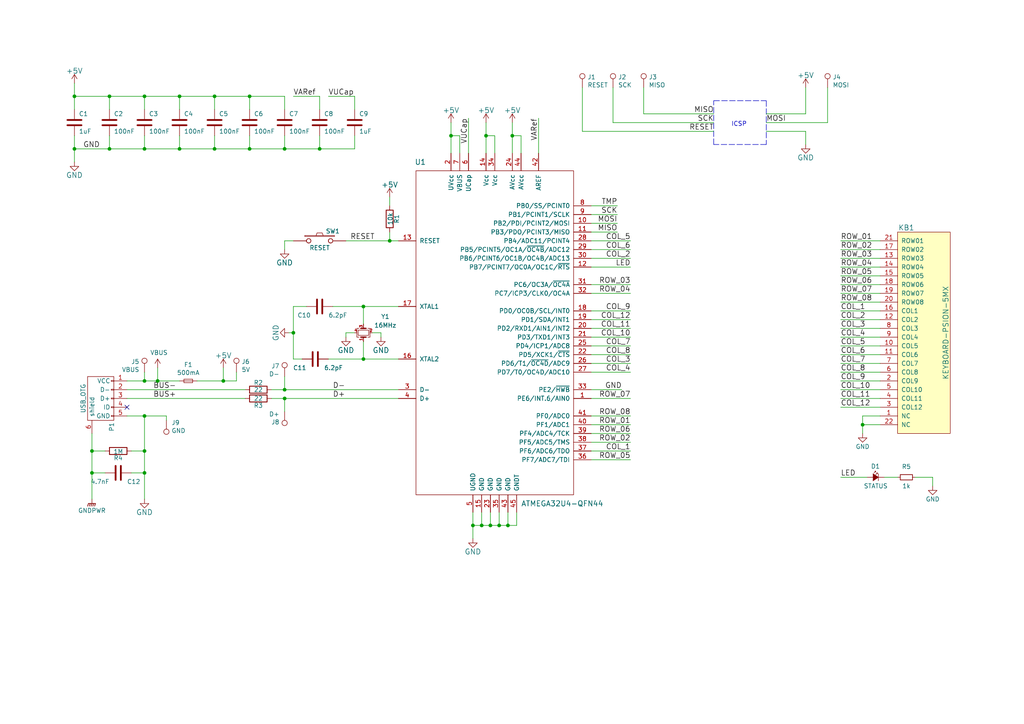
<source format=kicad_sch>
(kicad_sch (version 20211123) (generator eeschema)
  (paper "A4")
  (title_block (title "USB Keyboard Adapter for Psion 5/5mx") (date "2022-07-04") (rev "v1.3") (company "Rasmus Backman") (comment 1 "v1.3 - Adapter for JLCPCB assembly service"))
  (lib_symbols
    (symbol "Device:C" (pin_numbers hide) (pin_names (offset 0.254))
      (property "Reference" "C" (at 0.635 2.54 0))
      (property "Value" "C" (at 0.635 -2.54 0))
      (symbol "C_0_1"
        (polyline (pts (xy -2.032 -0.762) (xy 2.032 -0.762)) (stroke (width 0.508)))
        (polyline (pts (xy -2.032 0.762) (xy 2.032 0.762)) (stroke (width 0.508)))
      )
      (symbol "C_1_1"
        (pin passive line (at 0 3.81 270) (length 2.794) (name "~") (number "1"))
        (pin passive line (at 0 -3.81 90) (length 2.794) (name "~") (number "2"))
      )
    )
    (symbol "Device:Crystal_GND24_Small" (pin_names (offset 1.016) hide)
      (property "Reference" "Y" (at 1.27 4.445 0))
      (property "Value" "Crystal_GND24_Small" (at 1.27 2.54 0))
      (symbol "Crystal_GND24_Small_0_1"
        (rectangle (start -0.762 -1.524) (end 0.762 1.524))
        (polyline (pts (xy -1.27 -0.762) (xy -1.27 0.762)) (stroke (width 0.381)))
        (polyline (pts (xy 1.27 -0.762) (xy 1.27 0.762)) (stroke (width 0.381)))
        (polyline (pts (xy -1.27 -1.27) (xy -1.27 -1.905) (xy 1.27 -1.905) (xy 1.27 -1.27)))
        (polyline (pts (xy -1.27 1.27) (xy -1.27 1.905) (xy 1.27 1.905) (xy 1.27 1.27)))
      )
      (symbol "Crystal_GND24_Small_1_1"
        (pin passive line (at -2.54 0 0) (length 1.27) (name "1") (number "1"))
        (pin passive line (at 0 -2.54 90) (length 0.635) (name "2") (number "2"))
        (pin passive line (at 2.54 0 180) (length 1.27) (name "3") (number "3"))
        (pin passive line (at 0 2.54 270) (length 0.635) (name "4") (number "4"))
      )
    )
    (symbol "Device:R" (pin_numbers hide) (pin_names (offset 0))
      (property "Reference" "R" (at 2.032 0 90))
      (property "Value" "R" (at 0 0 90))
      (symbol "R_0_1"
        (rectangle (start -1.016 -2.54) (end 1.016 2.54) (stroke (width 0.254)))
      )
      (symbol "R_1_1"
        (pin passive line (at 0 3.81 270) (length 1.27) (name "~") (number "1"))
        (pin passive line (at 0 -3.81 90) (length 1.27) (name "~") (number "2"))
      )
    )
    (symbol "Device:R_Small" (pin_numbers hide) (pin_names (offset 0.254) hide)
      (property "Reference" "R" (at 0.762 0.508 0))
      (property "Value" "R_Small" (at 0.762 -1.016 0))
      (symbol "R_Small_0_1"
        (rectangle (start -0.762 1.778) (end 0.762 -1.778) (stroke (width 0.2032)))
      )
      (symbol "R_Small_1_1"
        (pin passive line (at 0 2.54 270) (length 0.762) (name "~") (number "1"))
        (pin passive line (at 0 -2.54 90) (length 0.762) (name "~") (number "2"))
      )
    )
    (symbol "Keyboard-rescue:F_Small" (pin_numbers hide) (pin_names (offset 0.254) hide)
      (property "Reference" "F" (at -1.016 1.524 0))
      (property "Value" "F_Small" (at -3.048 -1.524 0))
      (symbol "F_Small_0_1"
        (rectangle (start -1.27 0.508) (end 1.27 -0.508))
        (polyline (pts (xy -1.27 0) (xy 1.27 0)))
      )
      (symbol "F_Small_1_1"
        (pin passive line (at -2.54 0 0) (length 1.27) (name "~") (number "1"))
        (pin passive line (at 2.54 0 180) (length 1.27) (name "~") (number "2"))
      )
    )
    (symbol "Keyboard-rescue:GNDPWR" (power) (pin_names (offset 0))
      (property "Value" "GNDPWR" (at 0 -3.302 0))
      (symbol "GNDPWR_0_1"
        (polyline (pts (xy 0 -1.27) (xy 0 0)))
        (polyline (pts (xy -1.016 -1.27) (xy -1.27 -2.032) (xy -1.27 -2.032)) (stroke (width 0.2032)))
        (polyline (pts (xy -0.508 -1.27) (xy -0.762 -2.032) (xy -0.762 -2.032)) (stroke (width 0.2032)))
        (polyline (pts (xy 0 -1.27) (xy -0.254 -2.032) (xy -0.254 -2.032)) (stroke (width 0.2032)))
        (polyline (pts (xy 0.508 -1.27) (xy 0.254 -2.032) (xy 0.254 -2.032)) (stroke (width 0.2032)))
        (polyline (pts (xy 1.016 -1.27) (xy -1.016 -1.27) (xy -1.016 -1.27)) (stroke (width 0.2032)))
        (polyline (pts (xy 1.016 -1.27) (xy 0.762 -2.032) (xy 0.762 -2.032) (xy 0.762 -2.032)) (stroke (width 0.2032)))
      )
      (symbol "GNDPWR_1_1"
        (pin power_in line (at 0 0 90) (length 0) hide (name "GNDPWR") (number "1"))
      )
    )
    (symbol "Keyboard-rescue:Led_Small" (pin_numbers hide) (pin_names (offset 0.254) hide)
      (property "Reference" "D" (at -1.27 3.175 0))
      (property "Value" "Led_Small" (at -4.445 -2.54 0))
      (symbol "Led_Small_0_1"
        (polyline (pts (xy -0.762 -1.016) (xy -0.762 1.016)))
        (polyline (pts (xy 0.762 -1.016) (xy -0.762 0) (xy 0.762 1.016) (xy 0.762 -1.016)) (fill (type outline)))
        (polyline (pts (xy 0 0.762) (xy -0.508 1.27) (xy -0.254 1.27) (xy -0.508 1.27) (xy -0.508 1.016)))
        (polyline (pts (xy 0.508 1.27) (xy 0 1.778) (xy 0.254 1.778) (xy 0 1.778) (xy 0 1.524)))
      )
      (symbol "Led_Small_1_1"
        (pin passive line (at -2.54 0 0) (length 1.778) (name "K") (number "1"))
        (pin passive line (at 2.54 0 180) (length 1.778) (name "A") (number "2"))
      )
    )
    (symbol "Keyboard-rescue:SW_PUSH" (pin_numbers hide) (pin_names (offset 1.016) hide)
      (property "Reference" "SW" (at 3.81 2.794 0))
      (property "Value" "SW_PUSH" (at 0 -2.032 0))
      (symbol "SW_PUSH_0_1"
        (rectangle (start -4.318 1.27) (end 4.318 1.524))
        (polyline (pts (xy -1.016 1.524) (xy -0.762 2.286) (xy 0.762 2.286) (xy 1.016 1.524)))
        (pin passive inverted (at -7.62 0 0) (length 5.08) (name "1") (number "1"))
        (pin passive inverted (at 7.62 0 180) (length 5.08) (name "2") (number "2"))
      )
    )
    (symbol "Keyboard-rescue:TEST_1P-conn" (pin_numbers hide) (pin_names (offset 0.762) hide)
      (property "Reference" "J" (at 0 6.858 0))
      (property "Value" "TEST_1P-conn" (at 0 5.08 0))
      (symbol "TEST_1P-conn_0_1"
        (circle (center 0 3.302) (radius 0.762))
      )
      (symbol "TEST_1P-conn_1_1"
        (pin passive line (at 0 0 90) (length 2.54) (name "1") (number "1"))
      )
    )
    (symbol "Keyboard-rescue:USB_OTG-RESCUE-Keyboard" (pin_names (offset 1.016))
      (property "Reference" "P" (at 8.255 -3.175 0))
      (property "Value" "USB_OTG-RESCUE-Keyboard" (at 0 5.08 0))
      (symbol "USB_OTG-RESCUE-Keyboard_0_1"
        (rectangle (start -6.35 -3.81) (end 6.35 3.81))
        (rectangle (start -5.207 -3.81) (end -4.953 -3.048))
        (rectangle (start -2.667 -3.81) (end -2.413 -3.048))
        (rectangle (start -0.127 -3.81) (end 0.127 -3.048))
        (rectangle (start 2.413 -3.81) (end 2.667 -3.048))
        (rectangle (start 4.953 -3.81) (end 5.207 -3.048))
      )
      (symbol "USB_OTG-RESCUE-Keyboard_1_1"
        (pin power_out line (at -5.08 -7.62 90) (length 3.81) (name "VCC") (number "1"))
        (pin passive line (at -2.54 -7.62 90) (length 3.81) (name "D-") (number "2"))
        (pin passive line (at 0 -7.62 90) (length 3.81) (name "D+") (number "3"))
        (pin power_in line (at 2.54 -7.62 90) (length 3.81) (name "ID") (number "4"))
        (pin power_in line (at 5.08 -7.62 90) (length 3.81) (name "GND") (number "5"))
        (pin passive line (at 10.16 2.54 180) (length 3.81) (name "shield") (number "6"))
      )
    )
    (symbol "power:+5V" (power) (pin_names (offset 0))
      (property "Value" "+5V" (at 0 3.556 0))
      (symbol "+5V_0_1"
        (polyline (pts (xy -0.762 1.27) (xy 0 2.54)))
        (polyline (pts (xy 0 0) (xy 0 2.54)))
        (polyline (pts (xy 0 2.54) (xy 0.762 1.27)))
      )
      (symbol "+5V_1_1"
        (pin power_in line (at 0 0 90) (length 0) hide (name "+5V") (number "1"))
      )
    )
    (symbol "power:GND" (power) (pin_names (offset 0))
      (property "Value" "GND" (at 0 -3.81 0))
      (symbol "GND_0_1"
        (polyline (pts (xy 0 0) (xy 0 -1.27) (xy 1.27 -1.27) (xy 0 -2.54) (xy -1.27 -1.27) (xy 0 -1.27)))
      )
      (symbol "GND_1_1"
        (pin power_in line (at 0 0 270) (length 0) hide (name "GND") (number "1"))
      )
    )
    (symbol "rbv_keyboard:KEYBOARD-PSION-5MX" (pin_names (offset 1.016))
      (property "Reference" "KB1" (at 2.54 30.48 0))
      (property "Value" "KEYBOARD-PSION-5MX" (at 13.97 0 90))
      (symbol "KEYBOARD-PSION-5MX_0_1"
        (rectangle (start 0 29.21) (end 15.24 -29.21) (fill (type background)))
      )
      (symbol "KEYBOARD-PSION-5MX_1_1"
        (pin passive line (at -5.08 -24.13 0) (length 5.08) (name "NC") (number "1"))
        (pin bidirectional line (at -5.08 -3.81 0) (length 5.08) (name "COL5") (number "10"))
        (pin bidirectional line (at -5.08 -6.35 0) (length 5.08) (name "COL6") (number "11"))
        (pin bidirectional line (at -5.08 3.81 0) (length 5.08) (name "COL2") (number "12"))
        (pin bidirectional line (at -5.08 21.59 0) (length 5.08) (name "ROW03") (number "13"))
        (pin bidirectional line (at -5.08 19.05 0) (length 5.08) (name "ROW04") (number "14"))
        (pin bidirectional line (at -5.08 16.51 0) (length 5.08) (name "ROW05") (number "15"))
        (pin bidirectional line (at -5.08 6.35 0) (length 5.08) (name "COL1") (number "16"))
        (pin bidirectional line (at -5.08 24.13 0) (length 5.08) (name "ROW02") (number "17"))
        (pin bidirectional line (at -5.08 13.97 0) (length 5.08) (name "ROW06") (number "18"))
        (pin bidirectional line (at -5.08 11.43 0) (length 5.08) (name "ROW07") (number "19"))
        (pin bidirectional line (at -5.08 -13.97 0) (length 5.08) (name "COL9") (number "2"))
        (pin bidirectional line (at -5.08 8.89 0) (length 5.08) (name "ROW08") (number "20"))
        (pin bidirectional line (at -5.08 26.67 0) (length 5.08) (name "ROW01") (number "21"))
        (pin passive line (at -5.08 -26.67 0) (length 5.08) (name "NC") (number "22"))
        (pin bidirectional line (at -5.08 -21.59 0) (length 5.08) (name "COL12") (number "3"))
        (pin bidirectional line (at -5.08 -19.05 0) (length 5.08) (name "COL11") (number "4"))
        (pin bidirectional line (at -5.08 -16.51 0) (length 5.08) (name "COL10") (number "5"))
        (pin bidirectional line (at -5.08 -11.43 0) (length 5.08) (name "COL8") (number "6"))
        (pin bidirectional line (at -5.08 -8.89 0) (length 5.08) (name "COL7") (number "7"))
        (pin bidirectional line (at -5.08 1.27 0) (length 5.08) (name "COL3") (number "8"))
        (pin bidirectional line (at -5.08 -1.27 0) (length 5.08) (name "COL4") (number "9"))
      )
    )
    (symbol "rbv_mcu:ATMEGA32U4-QFN44" (pin_names (offset 1.016))
      (property "Reference" "U" (at -21.59 49.53 0))
      (property "Value" "ATMEGA32U4-QFN44" (at 7.62 -49.53 0))
      (property "Datasheet" "doc/mcu/Atmel-7766-8-bit-AVR-ATmega16U4-32U4_Datasheet.pdf" (at 0 33.02 0))
      (symbol "ATMEGA32U4-QFN44_0_1"
        (rectangle (start 22.86 46.99) (end -22.86 -46.99))
      )
      (symbol "ATMEGA32U4-QFN44_1_1"
        (pin bidirectional line (at 27.94 -19.05 180) (length 5.08) (name "PE6/INT.6/AIN0") (number "1"))
        (pin bidirectional line (at 27.94 31.75 180) (length 5.08) (name "PB2/PDI/PCINT2/MOSI") (number "10"))
        (pin bidirectional line (at 27.94 29.21 180) (length 5.08) (name "PB3/PDO/PCINT3/MISO") (number "11"))
        (pin bidirectional line (at 27.94 19.05 180) (length 5.08) (name "PB7/PCINT7/OC0A/OC1C/~{RTS}") (number "12"))
        (pin bidirectional line (at -27.94 26.67 0) (length 5.08) (name "RESET") (number "13"))
        (pin power_in line (at -2.54 52.07 270) (length 5.08) (name "Vcc") (number "14"))
        (pin power_in line (at -3.81 -52.07 90) (length 5.08) (name "GND") (number "15"))
        (pin bidirectional line (at -27.94 -7.62 0) (length 5.08) (name "XTAL2") (number "16"))
        (pin bidirectional line (at -27.94 7.62 0) (length 5.08) (name "XTAL1") (number "17"))
        (pin bidirectional line (at 27.94 6.35 180) (length 5.08) (name "PD0/OC0B/SCL/INT0") (number "18"))
        (pin bidirectional line (at 27.94 3.81 180) (length 5.08) (name "PD1/SDA/INT1") (number "19"))
        (pin power_in line (at -12.7 52.07 270) (length 5.08) (name "UVcc") (number "2"))
        (pin bidirectional line (at 27.94 1.27 180) (length 5.08) (name "PD2/RXD1/AIN1/INT2") (number "20"))
        (pin bidirectional line (at 27.94 -1.27 180) (length 5.08) (name "PD3/TXD1/INT3") (number "21"))
        (pin bidirectional line (at 27.94 -6.35 180) (length 5.08) (name "PD5/XCK1/~{CTS}") (number "22"))
        (pin power_in line (at -1.27 -52.07 90) (length 5.08) (name "GND") (number "23"))
        (pin power_in line (at 5.08 52.07 270) (length 5.08) (name "AVcc") (number "24"))
        (pin bidirectional line (at 27.94 -3.81 180) (length 5.08) (name "PD4/ICP1/ADC8") (number "25"))
        (pin bidirectional line (at 27.94 -8.89 180) (length 5.08) (name "PD6/T1/~{OC4D}/ADC9") (number "26"))
        (pin bidirectional line (at 27.94 -11.43 180) (length 5.08) (name "PD7/T0/OC4D/ADC10") (number "27"))
        (pin bidirectional line (at 27.94 26.67 180) (length 5.08) (name "PB4/ADC11/PCINT4") (number "28"))
        (pin bidirectional line (at 27.94 24.13 180) (length 5.08) (name "PB5/PCINT5/OC1A/~{OC4B}/ADC12") (number "29"))
        (pin bidirectional line (at -27.94 -16.51 0) (length 5.08) (name "D-") (number "3"))
        (pin bidirectional line (at 27.94 21.59 180) (length 5.08) (name "PB6/PCINT6/OC1B/OC4B/ADC13") (number "30"))
        (pin bidirectional line (at 27.94 13.97 180) (length 5.08) (name "PC6/OC3A/~{OC4A}") (number "31"))
        (pin bidirectional line (at 27.94 11.43 180) (length 5.08) (name "PC7/ICP3/CLK0/OC4A") (number "32"))
        (pin bidirectional line (at 27.94 -16.51 180) (length 5.08) (name "PE2/~{HWB}") (number "33"))
        (pin power_in line (at 0 52.07 270) (length 5.08) (name "Vcc") (number "34"))
        (pin power_in line (at 1.27 -52.07 90) (length 5.08) (name "GND") (number "35"))
        (pin bidirectional line (at 27.94 -36.83 180) (length 5.08) (name "PF7/ADC7/TDI") (number "36"))
        (pin bidirectional line (at 27.94 -34.29 180) (length 5.08) (name "PF6/ADC6/TDO") (number "37"))
        (pin bidirectional line (at 27.94 -31.75 180) (length 5.08) (name "PF5/ADC5/TMS") (number "38"))
        (pin bidirectional line (at 27.94 -29.21 180) (length 5.08) (name "PF4/ADC4/TCK") (number "39"))
        (pin bidirectional line (at -27.94 -19.05 0) (length 5.08) (name "D+") (number "4"))
        (pin bidirectional line (at 27.94 -26.67 180) (length 5.08) (name "PF1/ADC1") (number "40"))
        (pin bidirectional line (at 27.94 -24.13 180) (length 5.08) (name "PF0/ADC0") (number "41"))
        (pin power_out line (at 12.7 52.07 270) (length 5.08) (name "AREF") (number "42"))
        (pin power_in line (at 3.81 -52.07 90) (length 5.08) (name "GND") (number "43"))
        (pin power_in line (at 7.62 52.07 270) (length 5.08) (name "AVcc") (number "44"))
        (pin power_in line (at 6.35 -52.07 90) (length 5.08) (name "GNDT") (number "45"))
        (pin power_in line (at -6.35 -52.07 90) (length 5.08) (name "UGND") (number "5"))
        (pin power_out line (at -7.62 52.07 270) (length 5.08) (name "UCap") (number "6"))
        (pin power_in line (at -10.16 52.07 270) (length 5.08) (name "VBUS") (number "7"))
        (pin bidirectional line (at 27.94 36.83 180) (length 5.08) (name "PB0/SS/PCINT0") (number "8"))
        (pin bidirectional line (at 27.94 34.29 180) (length 5.08) (name "PB1/PCINT1/SCLK") (number "9"))
      )
    )
    (symbol "rbv_power:VBUS" (power) (pin_names (offset 0))
      (property "Value" "VBUS" (at 0 3.556 0))
      (symbol "VBUS_0_1"
        (polyline (pts (xy -0.762 1.27) (xy 0 2.54)))
        (polyline (pts (xy 0 0) (xy 0 2.54)))
        (polyline (pts (xy 0 2.54) (xy 0.762 1.27)))
      )
      (symbol "VBUS_1_1"
        (pin power_in line (at 0 0 90) (length 0) hide (name "VBUS") (number "1"))
      )
    )
  )
  (junction (at 82.55 113.03))
  (junction (at 41.91 110.49))
  (junction (at 113.03 69.85))
  (junction (at 250.19 123.19))
  (junction (at 52.07 27.94))
  (junction (at 21.59 27.94))
  (junction (at 137.16 152.4))
  (junction (at 52.07 43.18))
  (junction (at 82.55 115.57))
  (junction (at 41.91 43.18))
  (junction (at 41.91 120.65))
  (junction (at 41.91 27.94))
  (junction (at 72.39 27.94))
  (junction (at 31.75 27.94))
  (junction (at 26.67 130.81))
  (junction (at 41.91 130.81))
  (junction (at 85.09 96.52))
  (junction (at 147.32 152.4))
  (junction (at 26.67 137.16))
  (junction (at 139.7 152.4))
  (junction (at 64.77 110.49))
  (junction (at 148.59 39.37))
  (junction (at 130.81 39.37))
  (junction (at 62.23 43.18))
  (junction (at 62.23 27.94))
  (junction (at 144.78 152.4))
  (junction (at 31.75 43.18))
  (junction (at 72.39 43.18))
  (junction (at 41.91 137.16))
  (junction (at 92.71 43.18))
  (junction (at 45.72 110.49))
  (junction (at 140.97 39.37))
  (junction (at 105.41 104.14))
  (junction (at 21.59 43.18))
  (junction (at 105.41 88.9))
  (junction (at 142.24 152.4))
  (junction (at 82.55 43.18))
  (no_connect (at 36.83 118.11))
  (wire (pts (xy 102.87 27.94) (xy 102.87 31.75)))
  (wire (pts (xy 182.88 74.93) (xy 171.45 74.93)))
  (wire (pts (xy 151.13 39.37) (xy 151.13 44.45)))
  (wire (pts (xy 148.59 35.56) (xy 148.59 39.37)))
  (wire (pts (xy 107.95 96.52) (xy 110.49 96.52)))
  (wire (pts (xy 62.23 43.18) (xy 62.23 39.37)))
  (wire (pts (xy 182.88 82.55) (xy 171.45 82.55)))
  (wire (pts (xy 222.25 38.1) (xy 233.68 38.1)))
  (wire (pts (xy 243.84 95.25) (xy 255.27 95.25)))
  (wire (pts (xy 243.84 90.17) (xy 255.27 90.17)))
  (wire (pts (xy 36.83 115.57) (xy 71.12 115.57)))
  (wire (pts (xy 96.52 88.9) (xy 105.41 88.9)))
  (wire (pts (xy 105.41 104.14) (xy 115.57 104.14)))
  (wire (pts (xy 171.45 102.87) (xy 182.88 102.87)))
  (wire (pts (xy 105.41 99.06) (xy 105.41 104.14)))
  (wire (pts (xy 140.97 39.37) (xy 143.51 39.37)))
  (wire (pts (xy 36.83 113.03) (xy 71.12 113.03)))
  (wire (pts (xy 240.03 25.4) (xy 240.03 35.56)))
  (wire (pts (xy 57.15 110.49) (xy 64.77 110.49)))
  (wire (pts (xy 82.55 113.03) (xy 115.57 113.03)))
  (wire (pts (xy 179.07 64.77) (xy 171.45 64.77)))
  (polyline (pts (xy 222.25 29.21) (xy 222.25 41.91)))
  (wire (pts (xy 243.84 138.43) (xy 251.46 138.43)))
  (wire (pts (xy 149.86 152.4) (xy 149.86 148.59)))
  (wire (pts (xy 186.69 25.4) (xy 186.69 33.02)))
  (wire (pts (xy 182.88 100.33) (xy 171.45 100.33)))
  (wire (pts (xy 41.91 107.95) (xy 41.91 110.49)))
  (wire (pts (xy 243.84 77.47) (xy 255.27 77.47)))
  (wire (pts (xy 82.55 115.57) (xy 78.74 115.57)))
  (wire (pts (xy 243.84 97.79) (xy 255.27 97.79)))
  (wire (pts (xy 243.84 87.63) (xy 255.27 87.63)))
  (wire (pts (xy 41.91 27.94) (xy 41.91 31.75)))
  (wire (pts (xy 156.21 44.45) (xy 156.21 34.29)))
  (wire (pts (xy 140.97 35.56) (xy 140.97 39.37)))
  (wire (pts (xy 168.91 38.1) (xy 207.01 38.1)))
  (wire (pts (xy 45.72 110.49) (xy 52.07 110.49)))
  (wire (pts (xy 133.35 39.37) (xy 130.81 39.37)))
  (wire (pts (xy 113.03 57.15) (xy 113.03 59.69)))
  (wire (pts (xy 41.91 27.94) (xy 52.07 27.94)))
  (wire (pts (xy 182.88 69.85) (xy 171.45 69.85)))
  (wire (pts (xy 182.88 133.35) (xy 171.45 133.35)))
  (wire (pts (xy 182.88 92.71) (xy 171.45 92.71)))
  (wire (pts (xy 92.71 27.94) (xy 92.71 31.75)))
  (wire (pts (xy 243.84 118.11) (xy 255.27 118.11)))
  (wire (pts (xy 148.59 39.37) (xy 148.59 44.45)))
  (wire (pts (xy 113.03 69.85) (xy 115.57 69.85)))
  (wire (pts (xy 243.84 85.09) (xy 255.27 85.09)))
  (wire (pts (xy 21.59 24.13) (xy 21.59 27.94)))
  (wire (pts (xy 82.55 43.18) (xy 92.71 43.18)))
  (wire (pts (xy 143.51 39.37) (xy 143.51 44.45)))
  (wire (pts (xy 270.51 138.43) (xy 270.51 140.97)))
  (wire (pts (xy 171.45 67.31) (xy 179.07 67.31)))
  (wire (pts (xy 68.58 110.49) (xy 64.77 110.49)))
  (wire (pts (xy 52.07 27.94) (xy 62.23 27.94)))
  (wire (pts (xy 265.43 138.43) (xy 270.51 138.43)))
  (wire (pts (xy 21.59 27.94) (xy 21.59 31.75)))
  (wire (pts (xy 72.39 43.18) (xy 72.39 39.37)))
  (wire (pts (xy 52.07 27.94) (xy 52.07 31.75)))
  (wire (pts (xy 72.39 27.94) (xy 72.39 31.75)))
  (wire (pts (xy 137.16 148.59) (xy 137.16 152.4)))
  (wire (pts (xy 41.91 43.18) (xy 41.91 39.37)))
  (wire (pts (xy 243.84 113.03) (xy 255.27 113.03)))
  (wire (pts (xy 142.24 152.4) (xy 144.78 152.4)))
  (wire (pts (xy 144.78 152.4) (xy 144.78 148.59)))
  (wire (pts (xy 85.09 104.14) (xy 87.63 104.14)))
  (wire (pts (xy 100.33 96.52) (xy 102.87 96.52)))
  (wire (pts (xy 100.33 97.79) (xy 100.33 96.52)))
  (wire (pts (xy 21.59 39.37) (xy 21.59 43.18)))
  (wire (pts (xy 41.91 110.49) (xy 45.72 110.49)))
  (wire (pts (xy 52.07 43.18) (xy 52.07 39.37)))
  (wire (pts (xy 233.68 38.1) (xy 233.68 41.91)))
  (wire (pts (xy 26.67 125.73) (xy 26.67 130.81)))
  (wire (pts (xy 243.84 82.55) (xy 255.27 82.55)))
  (wire (pts (xy 68.58 107.95) (xy 68.58 110.49)))
  (wire (pts (xy 85.09 88.9) (xy 85.09 96.52)))
  (wire (pts (xy 41.91 120.65) (xy 41.91 130.81)))
  (wire (pts (xy 52.07 43.18) (xy 62.23 43.18)))
  (wire (pts (xy 45.72 106.68) (xy 45.72 110.49)))
  (polyline (pts (xy 222.25 41.91) (xy 207.01 41.91)))
  (wire (pts (xy 177.8 25.4) (xy 177.8 35.56)))
  (wire (pts (xy 88.9 88.9) (xy 85.09 88.9)))
  (wire (pts (xy 36.83 110.49) (xy 41.91 110.49)))
  (wire (pts (xy 243.84 69.85) (xy 255.27 69.85)))
  (wire (pts (xy 168.91 25.4) (xy 168.91 38.1)))
  (wire (pts (xy 186.69 33.02) (xy 207.01 33.02)))
  (wire (pts (xy 147.32 152.4) (xy 147.32 148.59)))
  (wire (pts (xy 62.23 27.94) (xy 72.39 27.94)))
  (wire (pts (xy 182.88 90.17) (xy 171.45 90.17)))
  (wire (pts (xy 130.81 39.37) (xy 130.81 44.45)))
  (wire (pts (xy 85.09 27.94) (xy 92.71 27.94)))
  (wire (pts (xy 250.19 123.19) (xy 250.19 125.73)))
  (wire (pts (xy 182.88 125.73) (xy 171.45 125.73)))
  (wire (pts (xy 182.88 120.65) (xy 171.45 120.65)))
  (wire (pts (xy 139.7 148.59) (xy 139.7 152.4)))
  (wire (pts (xy 82.55 43.18) (xy 82.55 39.37)))
  (wire (pts (xy 180.34 113.03) (xy 171.45 113.03)))
  (wire (pts (xy 243.84 80.01) (xy 255.27 80.01)))
  (wire (pts (xy 72.39 27.94) (xy 82.55 27.94)))
  (wire (pts (xy 256.54 138.43) (xy 260.35 138.43)))
  (wire (pts (xy 243.84 74.93) (xy 255.27 74.93)))
  (wire (pts (xy 95.25 27.94) (xy 102.87 27.94)))
  (wire (pts (xy 147.32 152.4) (xy 149.86 152.4)))
  (wire (pts (xy 21.59 43.18) (xy 31.75 43.18)))
  (wire (pts (xy 21.59 43.18) (xy 21.59 46.99)))
  (wire (pts (xy 148.59 39.37) (xy 151.13 39.37)))
  (wire (pts (xy 82.55 109.22) (xy 82.55 113.03)))
  (wire (pts (xy 255.27 123.19) (xy 250.19 123.19)))
  (wire (pts (xy 140.97 39.37) (xy 140.97 44.45)))
  (wire (pts (xy 78.74 113.03) (xy 82.55 113.03)))
  (wire (pts (xy 82.55 69.85) (xy 82.55 72.39)))
  (wire (pts (xy 137.16 152.4) (xy 137.16 156.21)))
  (wire (pts (xy 105.41 88.9) (xy 115.57 88.9)))
  (wire (pts (xy 222.25 35.56) (xy 240.03 35.56)))
  (wire (pts (xy 137.16 152.4) (xy 139.7 152.4)))
  (wire (pts (xy 182.88 128.27) (xy 171.45 128.27)))
  (wire (pts (xy 92.71 43.18) (xy 102.87 43.18)))
  (wire (pts (xy 182.88 105.41) (xy 171.45 105.41)))
  (polyline (pts (xy 207.01 41.91) (xy 207.01 29.21)))
  (wire (pts (xy 243.84 92.71) (xy 255.27 92.71)))
  (wire (pts (xy 113.03 67.31) (xy 113.03 69.85)))
  (wire (pts (xy 62.23 43.18) (xy 72.39 43.18)))
  (wire (pts (xy 85.09 96.52) (xy 83.82 96.52)))
  (wire (pts (xy 95.25 104.14) (xy 105.41 104.14)))
  (polyline (pts (xy 207.01 29.21) (xy 222.25 29.21)))
  (wire (pts (xy 182.88 85.09) (xy 171.45 85.09)))
  (wire (pts (xy 133.35 44.45) (xy 133.35 39.37)))
  (wire (pts (xy 48.26 120.65) (xy 48.26 121.92)))
  (wire (pts (xy 130.81 35.56) (xy 130.81 39.37)))
  (wire (pts (xy 21.59 27.94) (xy 31.75 27.94)))
  (wire (pts (xy 26.67 137.16) (xy 30.48 137.16)))
  (wire (pts (xy 102.87 43.18) (xy 102.87 39.37)))
  (wire (pts (xy 142.24 152.4) (xy 142.24 148.59)))
  (wire (pts (xy 182.88 95.25) (xy 171.45 95.25)))
  (wire (pts (xy 255.27 120.65) (xy 250.19 120.65)))
  (wire (pts (xy 105.41 88.9) (xy 105.41 93.98)))
  (wire (pts (xy 182.88 107.95) (xy 171.45 107.95)))
  (wire (pts (xy 144.78 152.4) (xy 147.32 152.4)))
  (wire (pts (xy 179.07 59.69) (xy 171.45 59.69)))
  (wire (pts (xy 243.84 105.41) (xy 255.27 105.41)))
  (wire (pts (xy 41.91 120.65) (xy 48.26 120.65)))
  (wire (pts (xy 62.23 27.94) (xy 62.23 31.75)))
  (wire (pts (xy 41.91 130.81) (xy 41.91 137.16)))
  (wire (pts (xy 72.39 43.18) (xy 82.55 43.18)))
  (wire (pts (xy 250.19 120.65) (xy 250.19 123.19)))
  (wire (pts (xy 135.89 44.45) (xy 135.89 34.29)))
  (wire (pts (xy 243.84 100.33) (xy 255.27 100.33)))
  (wire (pts (xy 243.84 110.49) (xy 255.27 110.49)))
  (wire (pts (xy 182.88 115.57) (xy 171.45 115.57)))
  (wire (pts (xy 31.75 43.18) (xy 41.91 43.18)))
  (wire (pts (xy 41.91 137.16) (xy 41.91 144.78)))
  (wire (pts (xy 243.84 102.87) (xy 255.27 102.87)))
  (wire (pts (xy 243.84 72.39) (xy 255.27 72.39)))
  (wire (pts (xy 82.55 119.38) (xy 82.55 115.57)))
  (wire (pts (xy 38.1 137.16) (xy 41.91 137.16)))
  (wire (pts (xy 182.88 72.39) (xy 171.45 72.39)))
  (wire (pts (xy 139.7 152.4) (xy 142.24 152.4)))
  (wire (pts (xy 110.49 97.79) (xy 110.49 96.52)))
  (wire (pts (xy 41.91 43.18) (xy 52.07 43.18)))
  (wire (pts (xy 182.88 123.19) (xy 171.45 123.19)))
  (wire (pts (xy 182.88 77.47) (xy 171.45 77.47)))
  (wire (pts (xy 82.55 27.94) (xy 82.55 31.75)))
  (wire (pts (xy 31.75 27.94) (xy 31.75 31.75)))
  (wire (pts (xy 115.57 115.57) (xy 82.55 115.57)))
  (wire (pts (xy 64.77 110.49) (xy 64.77 106.68)))
  (wire (pts (xy 179.07 62.23) (xy 171.45 62.23)))
  (wire (pts (xy 38.1 130.81) (xy 41.91 130.81)))
  (wire (pts (xy 100.33 69.85) (xy 113.03 69.85)))
  (wire (pts (xy 31.75 27.94) (xy 41.91 27.94)))
  (wire (pts (xy 36.83 120.65) (xy 41.91 120.65)))
  (wire (pts (xy 243.84 107.95) (xy 255.27 107.95)))
  (wire (pts (xy 177.8 35.56) (xy 207.01 35.56)))
  (wire (pts (xy 92.71 43.18) (xy 92.71 39.37)))
  (wire (pts (xy 233.68 25.4) (xy 233.68 33.02)))
  (wire (pts (xy 233.68 33.02) (xy 222.25 33.02)))
  (wire (pts (xy 85.09 96.52) (xy 85.09 104.14)))
  (wire (pts (xy 182.88 97.79) (xy 171.45 97.79)))
  (wire (pts (xy 182.88 130.81) (xy 171.45 130.81)))
  (wire (pts (xy 31.75 39.37) (xy 31.75 43.18)))
  (wire (pts (xy 26.67 130.81) (xy 26.67 137.16)))
  (wire (pts (xy 30.48 130.81) (xy 26.67 130.81)))
  (wire (pts (xy 85.09 69.85) (xy 82.55 69.85)))
  (wire (pts (xy 26.67 137.16) (xy 26.67 144.78)))
  (wire (pts (xy 243.84 115.57) (xy 255.27 115.57)))
  (text "ICSP" (at 212.09 36.83 0) (effects (font (size 1.27 1.27)) (justify left bottom)))
  (label "ROW_08" (at 243.84 87.63 0) (effects (font (size 1.524 1.524))))
  (label "ROW_02" (at 182.88 128.27 180) (effects (font (size 1.524 1.524))))
  (label "ROW_07" (at 182.88 115.57 180) (effects (font (size 1.524 1.524))))
  (label "ROW_05" (at 243.84 80.01 0) (effects (font (size 1.524 1.524))))
  (label "ROW_03" (at 243.84 74.93 0) (effects (font (size 1.524 1.524))))
  (label "COL_1" (at 182.88 130.81 180) (effects (font (size 1.524 1.524))))
  (label "ROW_06" (at 182.88 125.73 180) (effects (font (size 1.524 1.524))))
  (label "GND" (at 180.34 113.03 180) (effects (font (size 1.524 1.524))))
  (label "VUCap" (at 135.89 34.29 270) (effects (font (size 1.524 1.524))))
  (label "BUS+" (at 44.45 115.57 0) (effects (font (size 1.524 1.524))))
  (label "ROW_02" (at 243.84 72.39 0) (effects (font (size 1.524 1.524))))
  (label "COL_2" (at 182.88 74.93 180) (effects (font (size 1.524 1.524))))
  (label "MOSI" (at 179.07 64.77 180) (effects (font (size 1.524 1.524))))
  (label "COL_7" (at 182.88 100.33 180) (effects (font (size 1.524 1.524))))
  (label "D+" (at 96.52 115.57 0) (effects (font (size 1.524 1.524))))
  (label "COL_10" (at 243.84 113.03 0) (effects (font (size 1.524 1.524))))
  (label "COL_4" (at 243.84 97.79 0) (effects (font (size 1.524 1.524))))
  (label "ROW_06" (at 243.84 82.55 0) (effects (font (size 1.524 1.524))))
  (label "ROW_05" (at 182.88 133.35 180) (effects (font (size 1.524 1.524))))
  (label "LED" (at 243.84 138.43 0) (effects (font (size 1.524 1.524))))
  (label "COL_3" (at 182.88 105.41 180) (effects (font (size 1.524 1.524))))
  (label "COL_1" (at 243.84 90.17 0) (effects (font (size 1.524 1.524))))
  (label "BUS-" (at 44.45 113.03 0) (effects (font (size 1.524 1.524))))
  (label "RESET" (at 207.01 38.1 180) (effects (font (size 1.524 1.524))))
  (label "COL_6" (at 243.84 102.87 0) (effects (font (size 1.524 1.524))))
  (label "SCK" (at 207.01 35.56 180) (effects (font (size 1.524 1.524))))
  (label "COL_5" (at 243.84 100.33 0) (effects (font (size 1.524 1.524))))
  (label "COL_5" (at 182.88 69.85 180) (effects (font (size 1.524 1.524))))
  (label "VARef" (at 85.09 27.94 0) (effects (font (size 1.524 1.524))))
  (label "SCK" (at 179.07 62.23 180) (effects (font (size 1.524 1.524))))
  (label "COL_7" (at 243.84 105.41 0) (effects (font (size 1.524 1.524))))
  (label "GND" (at 24.13 43.18 0) (effects (font (size 1.524 1.524))))
  (label "MOSI" (at 222.25 35.56 0) (effects (font (size 1.524 1.524))))
  (label "COL_12" (at 182.88 92.71 180) (effects (font (size 1.524 1.524))))
  (label "LED" (at 182.88 77.47 180) (effects (font (size 1.524 1.524))))
  (label "COL_8" (at 243.84 107.95 0) (effects (font (size 1.524 1.524))))
  (label "ROW_01" (at 243.84 69.85 0) (effects (font (size 1.524 1.524))))
  (label "COL_11" (at 243.84 115.57 0) (effects (font (size 1.524 1.524))))
  (label "COL_3" (at 243.84 95.25 0) (effects (font (size 1.524 1.524))))
  (label "COL_6" (at 182.88 72.39 180) (effects (font (size 1.524 1.524))))
  (label "COL_12" (at 243.84 118.11 0) (effects (font (size 1.524 1.524))))
  (label "MISO" (at 179.07 67.31 180) (effects (font (size 1.524 1.524))))
  (label "COL_2" (at 243.84 92.71 0) (effects (font (size 1.524 1.524))))
  (label "TMP" (at 179.07 59.69 180) (effects (font (size 1.524 1.524))))
  (label "COL_4" (at 182.88 107.95 180) (effects (font (size 1.524 1.524))))
  (label "VUCap" (at 95.25 27.94 0) (effects (font (size 1.524 1.524))))
  (label "ROW_01" (at 182.88 123.19 180) (effects (font (size 1.524 1.524))))
  (label "ROW_04" (at 182.88 85.09 180) (effects (font (size 1.524 1.524))))
  (label "ROW_03" (at 182.88 82.55 180) (effects (font (size 1.524 1.524))))
  (label "RESET" (at 101.6 69.85 0) (effects (font (size 1.524 1.524))))
  (label "MISO" (at 207.01 33.02 180) (effects (font (size 1.524 1.524))))
  (label "COL_9" (at 182.88 90.17 180) (effects (font (size 1.524 1.524))))
  (label "COL_11" (at 182.88 95.25 180) (effects (font (size 1.524 1.524))))
  (label "ROW_07" (at 243.84 85.09 0) (effects (font (size 1.524 1.524))))
  (label "VARef" (at 156.21 34.29 270) (effects (font (size 1.524 1.524))))
  (label "ROW_08" (at 182.88 120.65 180) (effects (font (size 1.524 1.524))))
  (label "COL_10" (at 182.88 97.79 180) (effects (font (size 1.524 1.524))))
  (label "COL_9" (at 243.84 110.49 0) (effects (font (size 1.524 1.524))))
  (label "D-" (at 96.52 113.03 0) (effects (font (size 1.524 1.524))))
  (label "ROW_04" (at 243.84 77.47 0) (effects (font (size 1.524 1.524))))
  (label "COL_8" (at 182.88 102.87 180) (effects (font (size 1.524 1.524))))
  (symbol (lib_id "rbv_keyboard:KEYBOARD-PSION-5MX") (at 260.35 96.52 0) (unit 1)
    (property "Reference" "KB1" (at 262.89 66.04 0) (effects (font (size 1.524 1.524))))
    (property "Value" "KEYBOARD-PSION-5MX" (at 274.32 96.52 90) (effects (font (size 1.524 1.524))))
    (property "Footprint" "USB-Keyboard-Adapter-LIBRARY:FPC_22p-JUSHUO_AFC01-S22FCC-00" (effects hide))
    (property "Datasheet" "https://datasheet.lcsc.com/lcsc/1811021329_JUSHUO-AFC01-S22FCC-00_C262275.pdf" (effects hide))
    (property "MPN" "AFC01-S22FCC-00" (effects hide))
    (property "JLCPCB" "C262275" (effects hide))
    (property "Manufacturer" "JUSHUO" (effects hide))
  )
  (symbol (lib_id "Device:C") (at 52.07 35.56 0) (unit 1)
    (property "Reference" "C4" (at 53.34 33.02 0) (effects (justify left)))
    (property "Value" "100nF" (at 53.34 38.1 0) (effects (justify left)))
    (property "Footprint" "Capacitor_SMD:C_0402_1005Metric" (effects hide))
    (property "JLCPCB" "C1525" (effects hide))
    (property "MPN" "CL05B104KO5NNNC" (effects hide))
    (property "Manufacturer" "Samsung Electro-Mechanics" (effects hide))
  )
  (symbol (lib_id "Device:C") (at 62.23 35.56 0) (unit 1)
    (property "Reference" "C5" (at 63.5 33.02 0) (effects (justify left)))
    (property "Value" "100nF" (at 63.5 38.1 0) (effects (justify left)))
    (property "Footprint" "Capacitor_SMD:C_0402_1005Metric" (effects hide))
    (property "JLCPCB" "C1525" (effects hide))
    (property "MPN" "CL05B104KO5NNNC" (effects hide))
    (property "Manufacturer" "Samsung Electro-Mechanics" (effects hide))
  )
  (symbol (lib_id "Device:C") (at 72.39 35.56 0) (unit 1)
    (property "Reference" "C6" (at 73.66 33.02 0) (effects (justify left)))
    (property "Value" "100nF" (at 73.66 38.1 0) (effects (justify left)))
    (property "Footprint" "Capacitor_SMD:C_0402_1005Metric" (effects hide))
    (property "JLCPCB" "C1525" (effects hide))
    (property "MPN" "CL05B104KO5NNNC" (effects hide))
    (property "Manufacturer" "Samsung Electro-Mechanics" (effects hide))
  )
  (symbol (lib_id "Device:C") (at 82.55 35.56 0) (unit 1)
    (property "Reference" "C7" (at 83.82 33.02 0) (effects (justify left)))
    (property "Value" "100nF" (at 83.82 38.1 0) (effects (justify left)))
    (property "Footprint" "Capacitor_SMD:C_0402_1005Metric" (effects hide))
    (property "JLCPCB" "C1525" (effects hide))
    (property "MPN" "CL05B104KO5NNNC" (effects hide))
    (property "Manufacturer" "Samsung Electro-Mechanics" (effects hide))
  )
  (symbol (lib_id "Device:C") (at 21.59 35.56 0) (unit 1)
    (property "Reference" "C1" (at 22.86 33.02 0) (effects (justify left)))
    (property "Value" "1uF" (at 22.86 38.1 0) (effects (justify left)))
    (property "Footprint" "Capacitor_SMD:C_0402_1005Metric" (effects hide))
    (property "JLCPCB" "C52923" (effects hide))
    (property "MPN" "CL05A105KA5NQNC" (effects hide))
    (property "Manufacturer" "Samsung Electro-Mechanics" (effects hide))
  )
  (symbol (lib_id "Device:C") (at 41.91 35.56 0) (unit 1)
    (property "Reference" "C3" (at 43.18 33.02 0) (effects (justify left)))
    (property "Value" "100nF" (at 43.18 38.1 0) (effects (justify left)))
    (property "Footprint" "Capacitor_SMD:C_0402_1005Metric" (effects hide))
    (property "JLCPCB" "C1525" (effects hide))
    (property "MPN" "CL05B104KO5NNNC" (effects hide))
    (property "Manufacturer" "Samsung Electro-Mechanics" (effects hide))
  )
  (symbol (lib_id "power:+5V") (at 140.97 35.56 0) (unit 1)
    (property "Reference" "#PWR04" (effects hide))
    (property "Value" "+5V" (at 140.97 32.004 0) (effects (font (size 1.524 1.524))))
  )
  (symbol (lib_id "power:+5V") (at 148.59 35.56 0) (unit 1)
    (property "Reference" "#PWR05" (effects hide))
    (property "Value" "+5V" (at 148.59 32.004 0) (effects (font (size 1.524 1.524))))
  )
  (symbol (lib_id "power:+5V") (at 21.59 24.13 0) (unit 1)
    (property "Reference" "#PWR01" (effects hide))
    (property "Value" "+5V" (at 21.59 20.574 0) (effects (font (size 1.524 1.524))))
  )
  (symbol (lib_id "power:GND") (at 21.59 46.99 0) (unit 1)
    (property "Reference" "#PWR07" (effects hide))
    (property "Value" "GND" (at 21.59 50.8 0) (effects (font (size 1.524 1.524))))
  )
  (symbol (lib_id "Device:C") (at 92.71 35.56 0) (unit 1)
    (property "Reference" "C8" (at 93.98 33.02 0) (effects (justify left)))
    (property "Value" "100nF" (at 93.98 38.1 0) (effects (justify left)))
    (property "Footprint" "Capacitor_SMD:C_0402_1005Metric" (effects hide))
    (property "JLCPCB" "C1525" (effects hide))
    (property "MPN" "CL05B104KO5NNNC" (effects hide))
    (property "Manufacturer" "Samsung Electro-Mechanics" (effects hide))
  )
  (symbol (lib_id "Device:C") (at 102.87 35.56 0) (unit 1)
    (property "Reference" "C9" (at 104.14 33.02 0) (effects (justify left)))
    (property "Value" "1uF" (at 104.14 38.1 0) (effects (justify left)))
    (property "Footprint" "Capacitor_SMD:C_0402_1005Metric" (effects hide))
    (property "JLCPCB" "C52923" (effects hide))
    (property "MPN" "CL05A105KA5NQNC" (effects hide))
    (property "Manufacturer" "Samsung Electro-Mechanics" (effects hide))
  )
  (symbol (lib_id "rbv_mcu:ATMEGA32U4-QFN44") (at 143.51 96.52 0) (unit 1)
    (property "Reference" "U1" (at 121.92 46.99 0) (effects (font (size 1.524 1.524))))
    (property "Value" "ATMEGA32U4-QFN44" (at 151.13 146.05 0) (effects (font (size 1.524 1.524)) (justify left)))
    (property "Footprint" "Package_DFN_QFN:QFN-44-1EP_7x7mm_P0.5mm_EP5.2x5.2mm" (effects hide))
    (property "JLCPCB" "C112161" (effects hide))
    (property "MPN" "ATMEGA32U4-MU" (effects hide))
    (property "Manufacturer" "Microchip Tech" (effects hide))
  )
  (symbol (lib_id "power:+5V") (at 130.81 35.56 0) (unit 1)
    (property "Reference" "#PWR03" (effects hide))
    (property "Value" "+5V" (at 130.81 32.004 0) (effects (font (size 1.524 1.524))))
  )
  (symbol (lib_id "power:GND") (at 137.16 156.21 0) (unit 1)
    (property "Reference" "#PWR018" (effects hide))
    (property "Value" "GND" (at 137.16 160.02 0) (effects (font (size 1.524 1.524))))
  )
  (symbol (lib_id "power:GND") (at 41.91 144.78 0) (unit 1)
    (property "Reference" "#PWR017" (effects hide))
    (property "Value" "GND" (at 41.91 148.59 0) (effects (font (size 1.524 1.524))))
  )
  (symbol (lib_id "Device:C") (at 92.71 88.9 270) (unit 1)
    (property "Reference" "C10" (at 90.17 91.44 90) (effects (justify right)))
    (property "Value" "6.2pF" (at 95.25 91.44 90) (effects (justify left)))
    (property "Footprint" "Capacitor_SMD:C_0402_1005Metric" (effects hide))
    (property "JLCPCB" "C325456" (effects hide))
    (property "MPN" "CC0402CRNPO9BN6R2" (effects hide))
    (property "Manufacturer" "YAGEO" (effects hide))
  )
  (symbol (lib_id "Device:C") (at 91.44 104.14 270) (unit 1)
    (property "Reference" "C11" (at 88.9 106.68 90) (effects (justify right)))
    (property "Value" "6.2pF" (at 93.98 106.68 90) (effects (justify left)))
    (property "Footprint" "Capacitor_SMD:C_0402_1005Metric" (effects hide))
    (property "JLCPCB" "C325456" (effects hide))
    (property "MPN" "CC0402CRNPO9BN6R2" (effects hide))
    (property "Manufacturer" "YAGEO" (effects hide))
  )
  (symbol (lib_id "power:GND") (at 110.49 97.79 0) (unit 1)
    (property "Reference" "#PWR011" (effects hide))
    (property "Value" "GND" (at 110.49 101.6 0) (effects (font (size 1.524 1.524))))
  )
  (symbol (lib_id "power:GND") (at 83.82 96.52 270) (unit 1)
    (property "Reference" "#PWR010" (effects hide))
    (property "Value" "GND" (at 80.01 96.52 0) (effects (font (size 1.524 1.524))))
  )
  (symbol (lib_id "Device:C") (at 31.75 35.56 0) (unit 1)
    (property "Reference" "C2" (at 33.02 33.02 0) (effects (justify left)))
    (property "Value" "100nF" (at 33.02 38.1 0) (effects (justify left)))
    (property "Footprint" "Capacitor_SMD:C_0402_1005Metric" (effects hide))
    (property "JLCPCB" "C1525" (effects hide))
    (property "MPN" "CL05B104KO5NNNC" (effects hide))
    (property "Manufacturer" "Samsung Electro-Mechanics" (effects hide))
  )
  (symbol (lib_id "Device:R") (at 74.93 113.03 90) (unit 1)
    (property "Reference" "R2" (at 74.93 110.998 90))
    (property "Value" "22" (at 74.93 113.03 90))
    (property "Footprint" "Resistor_SMD:R_0402_1005Metric" (effects hide))
    (property "JLCPCB" "C25092" (effects hide))
    (property "MPN" "0402WGF220JTCE" (effects hide))
    (property "Manufacturer" "UNI-ROYAL(Uniroyal Elec)" (effects hide))
  )
  (symbol (lib_id "Device:R") (at 74.93 115.57 270) (unit 1)
    (property "Reference" "R3" (at 74.93 117.602 90))
    (property "Value" "22" (at 74.93 115.57 90))
    (property "Footprint" "Resistor_SMD:R_0402_1005Metric" (effects hide))
    (property "JLCPCB" "C25092" (effects hide))
    (property "MPN" "0402WGF220JTCE" (effects hide))
    (property "Manufacturer" "UNI-ROYAL(Uniroyal Elec)" (effects hide))
  )
  (symbol (lib_id "power:+5V") (at 64.77 106.68 0) (unit 1)
    (property "Reference" "#PWR013" (effects hide))
    (property "Value" "+5V" (at 64.77 103.124 0) (effects (font (size 1.524 1.524))))
  )
  (symbol (lib_id "Device:R") (at 113.03 63.5 0) (unit 1)
    (property "Reference" "R1" (at 115.062 63.5 90))
    (property "Value" "10k" (at 113.2078 63.4746 90))
    (property "Footprint" "Resistor_SMD:R_0402_1005Metric" (effects hide))
    (property "JLCPCB" "C25744" (effects hide))
    (property "MPN" "0402WGF1002TCE" (effects hide))
    (property "Manufacturer" "UNI-ROYAL(Uniroyal Elec)" (effects hide))
  )
  (symbol (lib_id "power:+5V") (at 113.03 57.15 0) (unit 1)
    (property "Reference" "#PWR08" (effects hide))
    (property "Value" "+5V" (at 113.03 53.594 0) (effects (font (size 1.524 1.524))))
  )
  (symbol (lib_id "power:+5V") (at 233.68 25.4 0) (unit 1)
    (property "Reference" "#PWR02" (effects hide))
    (property "Value" "+5V" (at 233.68 21.844 0) (effects (font (size 1.524 1.524))))
  )
  (symbol (lib_id "power:GND") (at 233.68 41.91 0) (unit 1)
    (property "Reference" "#PWR06" (effects hide))
    (property "Value" "GND" (at 233.68 45.72 0) (effects (font (size 1.524 1.524))))
  )
  (symbol (lib_id "Keyboard-rescue:USB_OTG-RESCUE-Keyboard") (at 29.21 115.57 90) (mirror x) (unit 1)
    (property "Reference" "P1" (at 32.385 123.825 0))
    (property "Value" "USB_OTG" (at 24.13 115.57 0))
    (property "Footprint" "Connector_USB:USB_Micro-B_Amphenol_10118194_Horizontal" (effects hide))
    (property "JLCPCB" "C132563" (effects hide))
    (property "MPN" "10118194-0001LF" (effects hide))
    (property "Manufacturer" "Amphenol ICC" (effects hide))
  )
  (symbol (lib_id "Device:R") (at 34.29 130.81 270) (unit 1)
    (property "Reference" "R4" (at 34.29 132.842 90))
    (property "Value" "1M" (at 34.3154 130.9878 90))
    (property "Footprint" "Resistor_SMD:R_0402_1005Metric" (effects hide))
    (property "JLCPCB" "C26083" (effects hide))
    (property "MPN" "0402WGF1004TCE" (effects hide))
    (property "Manufacturer" "UNI-ROYAL(Uniroyal Elec)" (effects hide))
  )
  (symbol (lib_id "Device:C") (at 34.29 137.16 270) (unit 1)
    (property "Reference" "C12" (at 36.83 139.7 90) (effects (justify left)))
    (property "Value" "4.7nF" (at 31.75 139.7 90) (effects (justify right)))
    (property "Footprint" "Capacitor_SMD:C_0402_1005Metric" (effects hide))
    (property "JLCPCB" "C1538" (effects hide))
    (property "MPN" "0402B472K500NT" (effects hide))
    (property "Manufacturer" "FH(Guangdong Fenghua Advanced Tech)" (effects hide))
  )
  (symbol (lib_id "Keyboard-rescue:GNDPWR") (at 26.67 144.78 0) (unit 1)
    (property "Reference" "#PWR016" (effects hide))
    (property "Value" "GNDPWR" (at 26.67 148.082 0))
  )
  (symbol (lib_id "Keyboard-rescue:Led_Small") (at 254 138.43 0) (mirror y) (unit 1)
    (property "Reference" "D1" (at 255.27 135.255 0) (effects (justify left)))
    (property "Value" "STATUS" (at 254 140.97 0))
    (property "Footprint" "LED_SMD:LED_0402_1005Metric" (effects hide))
    (property "JLCPCB" "C965790" (effects hide))
    (property "MPN" "XL-1005SURC" (effects hide))
    (property "Manufacturer" "XINGLIGHT" (effects hide))
  )
  (symbol (lib_id "Device:R_Small") (at 262.89 138.43 270) (unit 1)
    (property "Reference" "R5" (at 262.89 134.62 90) (effects (justify top)))
    (property "Value" "1k" (at 262.89 140.97 90))
    (property "Footprint" "Resistor_SMD:R_0402_1005Metric" (effects hide))
    (property "JLCPCB" "C11702" (effects hide))
    (property "MPN" "0402WGF1001TCE" (effects hide))
    (property "Manufacturer" "UNI-ROYAL(Uniroyal Elec)" (effects hide))
  )
  (symbol (lib_id "power:GND") (at 270.51 140.97 0) (unit 1)
    (property "Reference" "#PWR015" (effects hide))
    (property "Value" "GND" (at 270.51 144.78 0))
  )
  (symbol (lib_id "Keyboard-rescue:SW_PUSH") (at 92.71 69.85 0) (unit 1)
    (property "Reference" "SW1" (at 96.52 67.056 0))
    (property "Value" "RESET" (at 92.71 71.882 0))
    (property "Footprint" "RB-SMD-Switches:ALPS-SKRMAAE010" (effects hide))
    (property "JLCPCB" "C115358" (effects hide))
    (property "MPN" "SKRMAAE010" (effects hide))
    (property "Manufacturer" "ALPSALPINE" (effects hide))
  )
  (symbol (lib_id "power:GND") (at 82.55 72.39 0) (unit 1)
    (property "Reference" "#PWR09" (effects hide))
    (property "Value" "GND" (at 82.55 76.2 0) (effects (font (size 1.524 1.524))))
  )
  (symbol (lib_id "power:GND") (at 250.19 125.73 0) (unit 1)
    (property "Reference" "#PWR014" (effects hide))
    (property "Value" "GND" (at 250.19 129.54 0))
  )
  (symbol (lib_id "rbv_power:VBUS") (at 45.72 106.68 0) (unit 1)
    (property "Reference" "#PWR012" (effects hide))
    (property "Value" "VBUS" (at 46.101 102.2858 0))
  )
  (symbol (lib_id "Keyboard-rescue:F_Small") (at 54.61 110.49 0) (unit 1)
    (property "Reference" "F1" (at 54.61 105.791 0))
    (property "Value" "500mA" (at 54.61 108.1024 0))
    (property "Footprint" "Fuse:Fuse_0603_1608Metric" (effects hide))
    (property "JLCPCB" "C207017" (effects hide))
    (property "MPN" "0603L100SLYR" (effects hide))
    (property "Manufacturer" "Littelfuse" (effects hide))
  )
  (symbol (lib_id "Keyboard-rescue:TEST_1P-conn") (at 68.58 107.95 0) (unit 1) (in_bom no)
    (property "Reference" "J6" (at 70.0532 104.902 0) (effects (justify left)))
    (property "Value" "5V" (at 70.0532 107.2134 0) (effects (justify left)))
    (property "Footprint" "RB-SMD-Connectors:TESTPOINT-1mm-NO_TEXT" (effects hide))
  )
  (symbol (lib_id "Keyboard-rescue:TEST_1P-conn") (at 48.26 121.92 180) (unit 1)
    (property "Reference" "J9" (at 49.7332 122.6058 0) (effects (justify right)))
    (property "Value" "GND" (at 49.7332 124.9172 0) (effects (justify right)))
    (property "Footprint" "RB-SMD-Connectors:TESTPOINT-1mm-NO_TEXT" (effects hide))
  )
  (symbol (lib_id "Keyboard-rescue:TEST_1P-conn") (at 168.91 25.4 0) (unit 1) (in_bom no)
    (property "Reference" "J1" (at 170.3832 22.352 0) (effects (justify left)))
    (property "Value" "RESET" (at 170.3832 24.6634 0) (effects (justify left)))
    (property "Footprint" "RB-SMD-Connectors:TESTPOINT-1mm-NO_TEXT" (effects hide))
  )
  (symbol (lib_id "Keyboard-rescue:TEST_1P-conn") (at 186.69 25.4 0) (mirror y) (unit 1) (in_bom no)
    (property "Reference" "J3" (at 188.1632 22.352 0) (effects (justify right)))
    (property "Value" "MISO" (at 188.1632 24.6634 0) (effects (justify right)))
    (property "Footprint" "RB-SMD-Connectors:TESTPOINT-1mm-NO_TEXT" (effects hide))
  )
  (symbol (lib_id "Keyboard-rescue:TEST_1P-conn") (at 177.8 25.4 0) (unit 1) (in_bom no)
    (property "Reference" "J2" (at 179.2732 22.352 0) (effects (justify left)))
    (property "Value" "SCK" (at 179.2732 24.6634 0) (effects (justify left)))
    (property "Footprint" "RB-SMD-Connectors:TESTPOINT-1mm-NO_TEXT" (effects hide))
  )
  (symbol (lib_id "Keyboard-rescue:TEST_1P-conn") (at 240.03 25.4 0) (mirror y) (unit 1) (in_bom no)
    (property "Reference" "J4" (at 241.5032 22.352 0) (effects (justify right)))
    (property "Value" "MOSI" (at 241.5032 24.6634 0) (effects (justify right)))
    (property "Footprint" "RB-SMD-Connectors:TESTPOINT-1mm-NO_TEXT" (effects hide))
  )
  (symbol (lib_id "Keyboard-rescue:TEST_1P-conn") (at 82.55 119.38 180) (unit 1)
    (property "Reference" "J8" (at 81.0768 122.428 0) (effects (justify left)))
    (property "Value" "D+" (at 81.0768 120.1166 0) (effects (justify left)))
    (property "Footprint" "RB-SMD-Connectors:TESTPOINT-1mm-NO_TEXT" (effects hide))
  )
  (symbol (lib_id "Keyboard-rescue:TEST_1P-conn") (at 82.55 109.22 0) (mirror y) (unit 1)
    (property "Reference" "J7" (at 81.0768 106.172 0) (effects (justify left)))
    (property "Value" "D-" (at 81.0768 108.4834 0) (effects (justify left)))
    (property "Footprint" "RB-SMD-Connectors:TESTPOINT-1mm-NO_TEXT" (effects hide))
  )
  (symbol (lib_id "Keyboard-rescue:TEST_1P-conn") (at 41.91 107.95 0) (mirror y) (unit 1) (in_bom no)
    (property "Reference" "J5" (at 40.4368 104.902 0) (effects (justify left)))
    (property "Value" "VBUS" (at 40.4368 107.2134 0) (effects (justify left)))
    (property "Footprint" "RB-SMD-Connectors:TESTPOINT-1mm-NO_TEXT" (effects hide))
  )
  (symbol (lib_id "Device:Crystal_GND24_Small") (at 105.41 96.52 90) (unit 1)
    (property "Reference" "Y1" (at 111.76 91.821 90))
    (property "Value" "16MHz" (at 111.76 94.361 90))
    (property "Footprint" "Crystal:Crystal_SMD_Abracon_ABM10-4Pin_2.5x2.0mm" (effects hide))
    (property "MPN" "ABM10W-16.0000MHZ-8-D1X-T3" (effects hide))
    (property "JLCPCB" "C1986789" (effects hide))
    (property "Manufacturer" "Abracon LLC" (effects hide))
  )
  (symbol (lib_id "power:GND") (at 100.33 97.79 0) (unit 1)
    (property "Reference" "#PWR0101" (effects hide))
    (property "Value" "GND" (at 100.33 101.6 0) (effects (font (size 1.524 1.524))))
  )
)
</source>
